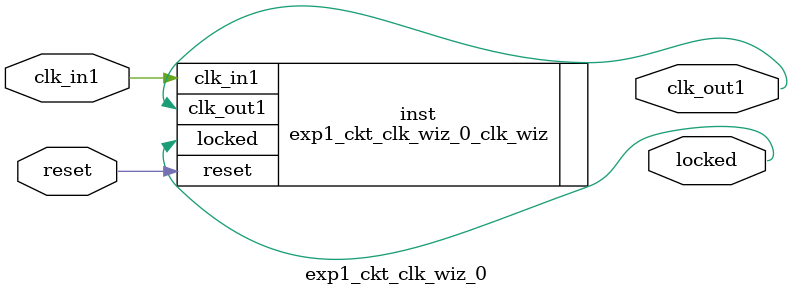
<source format=v>


`timescale 1ps/1ps

(* CORE_GENERATION_INFO = "exp1_ckt_clk_wiz_0,clk_wiz_v6_0_9_0_0,{component_name=exp1_ckt_clk_wiz_0,use_phase_alignment=true,use_min_o_jitter=false,use_max_i_jitter=false,use_dyn_phase_shift=false,use_inclk_switchover=false,use_dyn_reconfig=false,enable_axi=0,feedback_source=FDBK_AUTO,PRIMITIVE=MMCM,num_out_clk=1,clkin1_period=10.000,clkin2_period=10.000,use_power_down=false,use_reset=true,use_locked=true,use_inclk_stopped=false,feedback_type=SINGLE,CLOCK_MGR_TYPE=NA,manual_override=false}" *)

module exp1_ckt_clk_wiz_0 
 (
  // Clock out ports
  output        clk_out1,
  // Status and control signals
  input         reset,
  output        locked,
 // Clock in ports
  input         clk_in1
 );

  exp1_ckt_clk_wiz_0_clk_wiz inst
  (
  // Clock out ports  
  .clk_out1(clk_out1),
  // Status and control signals               
  .reset(reset), 
  .locked(locked),
 // Clock in ports
  .clk_in1(clk_in1)
  );

endmodule

</source>
